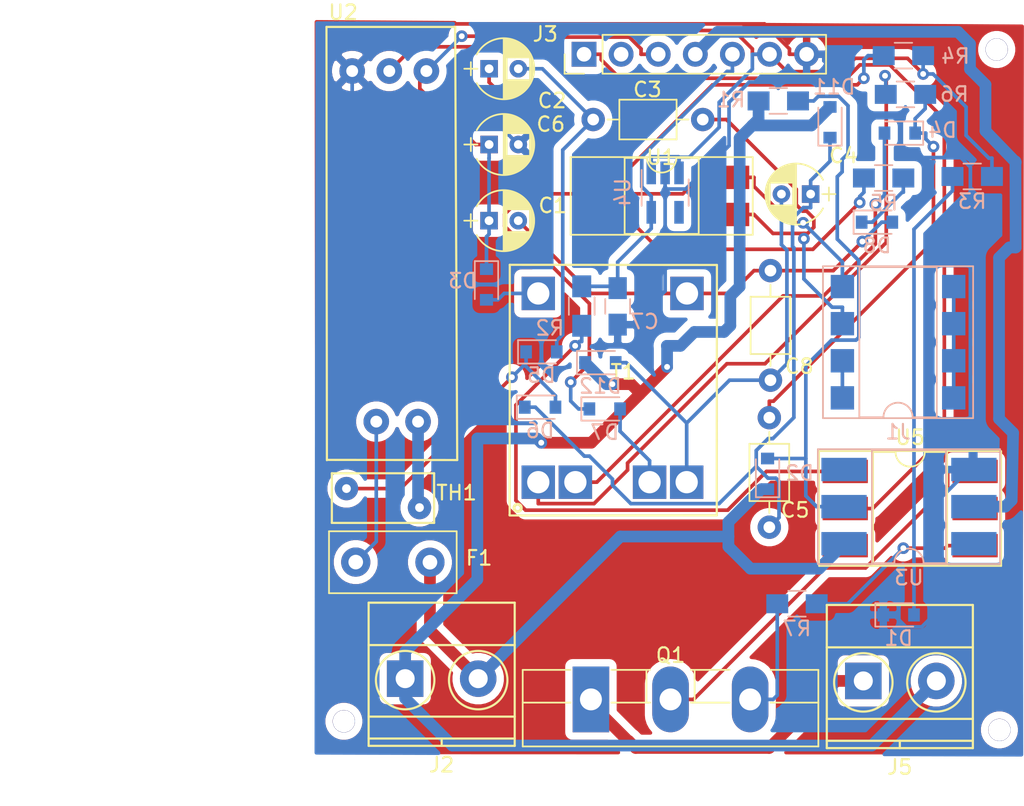
<source format=kicad_pcb>
(kicad_pcb (version 20171130) (host pcbnew 5.1.6-c6e7f7d~87~ubuntu18.04.1)
  (layers (0 F.Cu signal) (31 B.Cu signal) (34 B.Paste user) (35 F.Paste user) (36 B.SilkS user) (37 F.SilkS user) (38 B.Mask user) (39 F.Mask user) (44 Edge.Cuts user))
  (net 0 "")
  (net 1 "Net-(C1-Pad2)")
  (net 2 /5V)
  (net 3 "Net-(C2-Pad2)")
  (net 4 "Net-(C2-Pad1)")
  (net 5 "Net-(C3-Pad2)")
  (net 6 "Net-(C4-Pad1)")
  (net 7 "Net-(C4-Pad2)")
  (net 8 "Net-(C5-Pad2)")
  (net 9 /GND)
  (net 10 /3.3V)
  (net 11 "Net-(D1-Pad2)")
  (net 12 /Mains_Live_In)
  (net 13 "Net-(D2-Pad2)")
  (net 14 "Net-(D3-Pad2)")
  (net 15 "Net-(D4-Pad2)")
  (net 16 "Net-(D5-Pad1)")
  (net 17 "Net-(D7-Pad2)")
  (net 18 "Net-(D8-Pad1)")
  (net 19 /Mains_Neutral)
  (net 20 "Net-(F1-Pad2)")
  (net 21 "Net-(J1-Pad5)")
  (net 22 "Net-(J1-Pad1)")
  (net 23 /Opto_In)
  (net 24 /Energy_Sensor)
  (net 25 /DSW2)
  (net 26 /DSW1)
  (net 27 /Out1)
  (net 28 "Net-(Q1-Pad3)")
  (net 29 "Net-(Q1-Pad2)")
  (net 30 "Net-(R2-Pad1)")
  (net 31 "Net-(R4-Pad1)")
  (net 32 "Net-(R5-Pad1)")
  (net 33 "Net-(R6-Pad1)")
  (net 34 "Net-(R7-Pad2)")
  (net 35 /Mains_Live_Out)
  (net 36 "Net-(U3-Pad3)")
  (net 37 "Net-(U3-Pad6)")
  (net 38 "Net-(U4-Pad4)")
  (net 39 "Net-(U5-Pad3)")
  (net 40 "Net-(U5-Pad5)")
  (module Custom_Libraries:MountingHole1.5mm (layer F.Cu) (at 153.101 135.156)
    (fp_text reference M3 hide)
    (fp_text value MountingHole_1.5mm hide)
    (pad "" thru_hole circle (at 0 0) (size 1.524 1.524) (drill 1.5) (layers *.Cu *.Mask))
  )
  (module Custom_Libraries:MountingHole1.5mm (layer F.Cu) (at 108.222 134.567)
    (fp_text reference M2 hide)
    (fp_text value MountingHole_1.5mm hide)
    (pad "" thru_hole circle (at 0 0) (size 1.524 1.524) (drill 1.5) (layers *.Cu *.Mask))
  )
  (module Custom_Libraries:MountingHole1.5mm (layer F.Cu) (at 152.916 88.5774)
    (fp_text reference M1 hide)
    (fp_text value MountingHole_1.5mm hide)
    (pad "" thru_hole circle (at 0 0) (size 1.524 1.524) (drill 1.5) (layers *.Cu *.Mask))
  )
  (module Capacitors_THT:CP_Radial_D4.0mm_P2.00mm (layer F.Cu) (at 118.161 100.294)
    (fp_text reference C1 (at 4.35864 -1.03632) (layer F.SilkS))
    (fp_text value 4.7uF/400V hide)
    (pad 2 thru_hole circle (at 2 0) (size 1.2 1.2) (drill 0.6) (layers *.Cu *.Mask) (net 1 "Net-(C1-Pad2)"))
    (pad 1 thru_hole rect (at 0 0) (size 1.2 1.2) (drill 0.6) (layers *.Cu *.Mask) (net 2 /5V))
  )
  (module Capacitors_THT:CP_Radial_D4.0mm_P2.00mm (layer F.Cu) (at 118.166 89.8931)
    (fp_text reference C2 (at 4.30772 2.17936) (layer F.SilkS))
    (fp_text value 1uF/63V hide)
    (pad 2 thru_hole circle (at 2 0) (size 1.2 1.2) (drill 0.6) (layers *.Cu *.Mask) (net 3 "Net-(C2-Pad2)"))
    (pad 1 thru_hole rect (at 0 0) (size 1.2 1.2) (drill 0.6) (layers *.Cu *.Mask) (net 4 "Net-(C2-Pad1)"))
  )
  (module Capacitors_THT:C_Axial_L3.8mm_D2.6mm_P7.50mm_Horizontal (layer F.Cu) (at 125.291 93.3704)
    (fp_text reference C3 (at 3.71348 -2.05232) (layer F.SilkS))
    (fp_text value 47nf hide)
    (pad 1 thru_hole circle (at 0 0) (size 1.6 1.6) (drill 0.8) (layers *.Cu *.Mask) (net 3 "Net-(C2-Pad2)"))
    (pad 2 thru_hole oval (at 7.5 0) (size 1.6 1.6) (drill 0.8) (layers *.Cu *.Mask) (net 5 "Net-(C3-Pad2)"))
  )
  (module Capacitors_THT:CP_Radial_D4.0mm_P2.00mm (layer F.Cu) (at 140.178 98.4733 180)
    (fp_text reference C4 (at -2.24282 2.63652) (layer F.SilkS))
    (fp_text value 4.7uF/400V hide)
    (pad 1 thru_hole rect (at 0 0 180) (size 1.2 1.2) (drill 0.6) (layers *.Cu *.Mask) (net 6 "Net-(C4-Pad1)"))
    (pad 2 thru_hole circle (at 2 0 180) (size 1.2 1.2) (drill 0.6) (layers *.Cu *.Mask) (net 7 "Net-(C4-Pad2)"))
  )
  (module Capacitors_THT:C_Axial_L3.8mm_D2.6mm_P7.50mm_Horizontal (layer F.Cu) (at 137.35 121.28 90)
    (fp_text reference C5 (at 1.17348 1.76784 180) (layer F.SilkS))
    (fp_text value "2A222J / 2.2nF" hide)
    (pad 2 thru_hole oval (at 7.5 0 90) (size 1.6 1.6) (drill 0.8) (layers *.Cu *.Mask) (net 8 "Net-(C5-Pad2)"))
    (pad 1 thru_hole circle (at 0 0 90) (size 1.6 1.6) (drill 0.8) (layers *.Cu *.Mask) (net 6 "Net-(C4-Pad1)"))
  )
  (module Capacitors_THT:CP_Radial_D4.0mm_P2.00mm (layer F.Cu) (at 118.166 95.0798)
    (fp_text reference C6 (at 4.21894 -1.3843) (layer F.SilkS))
    (fp_text value 470uF/10V hide)
    (pad 1 thru_hole rect (at 0 0) (size 1.2 1.2) (drill 0.6) (layers *.Cu *.Mask) (net 2 /5V))
    (pad 2 thru_hole circle (at 2 0) (size 1.2 1.2) (drill 0.6) (layers *.Cu *.Mask) (net 9 /GND))
  )
  (module Capacitors_SMD:C_0805_HandSoldering (layer B.Cu) (at 126.967 106.162 90)
    (fp_text reference C7 (at -1.0414 1.83896 180) (layer B.SilkS) (effects (justify mirror)))
    (fp_text value 2.2uf hide)
    (pad 2 smd rect (at 1.25 0 90) (size 1.5 1.25) (layers B.Cu B.Paste B.Mask) (net 10 /3.3V))
    (pad 1 smd rect (at -1.25 0 90) (size 1.5 1.25) (layers B.Cu B.Paste B.Mask) (net 9 /GND))
  )
  (module Capacitors_THT:C_Axial_L3.8mm_D2.6mm_P7.50mm_Horizontal (layer F.Cu) (at 137.427 111.214 90)
    (fp_text reference C8 (at 0.9525 1.97358 180) (layer F.SilkS))
    (fp_text value "2A222J / 2.2nF" hide)
    (pad 2 thru_hole oval (at 7.5 0 90) (size 1.6 1.6) (drill 0.8) (layers *.Cu *.Mask) (net 1 "Net-(C1-Pad2)"))
    (pad 1 thru_hole circle (at 0 0 90) (size 1.6 1.6) (drill 0.8) (layers *.Cu *.Mask) (net 7 "Net-(C4-Pad2)"))
  )
  (module Diodes_SMD:D_0805 (layer B.Cu) (at 146.203 127.284)
    (fp_text reference D1 (at 0 1.6) (layer B.SilkS) (effects (justify mirror)))
    (fp_text value LED1 hide)
    (pad 2 smd rect (at 1.05 0) (size 0.8 0.9) (layers B.Cu B.Paste B.Mask) (net 11 "Net-(D1-Pad2)"))
    (pad 1 smd rect (at -1.05 0) (size 0.8 0.9) (layers B.Cu B.Paste B.Mask) (net 9 /GND))
  )
  (module Diodes_SMD:D_0805 (layer B.Cu) (at 137.229 117.627 90)
    (fp_text reference D2 (at 0.04826 2.18948 180) (layer B.SilkS) (effects (justify mirror)))
    (fp_text value IN4148 hide)
    (pad 1 smd rect (at -1.05 0 90) (size 0.8 0.9) (layers B.Cu B.Paste B.Mask) (net 12 /Mains_Live_In))
    (pad 2 smd rect (at 1.05 0 90) (size 0.8 0.9) (layers B.Cu B.Paste B.Mask) (net 13 "Net-(D2-Pad2)"))
  )
  (module Diodes_SMD:D_0805 (layer B.Cu) (at 117.986 104.663 270)
    (fp_text reference D3 (at -0.24892 1.6383 180) (layer B.SilkS) (effects (justify mirror)))
    (fp_text value SR360 hide)
    (pad 1 smd rect (at -1.05 0 270) (size 0.8 0.9) (layers B.Cu B.Paste B.Mask) (net 2 /5V))
    (pad 2 smd rect (at 1.05 0 270) (size 0.8 0.9) (layers B.Cu B.Paste B.Mask) (net 14 "Net-(D3-Pad2)"))
  )
  (module Diodes_SMD:D_0805 (layer B.Cu) (at 146.284 94.3 180)
    (fp_text reference D4 (at -2.92354 0.2032) (layer B.SilkS) (effects (justify mirror)))
    (fp_text value FR107 hide)
    (pad 1 smd rect (at -1.05 0 180) (size 0.8 0.9) (layers B.Cu B.Paste B.Mask) (net 8 "Net-(C5-Pad2)"))
    (pad 2 smd rect (at 1.05 0 180) (size 0.8 0.9) (layers B.Cu B.Paste B.Mask) (net 15 "Net-(D4-Pad2)"))
  )
  (module Diodes_SMD:D_0805 (layer B.Cu) (at 121.745 109.276)
    (fp_text reference D5 (at 0 1.6) (layer B.SilkS) (effects (justify mirror)))
    (fp_text value IN4007 hide)
    (pad 1 smd rect (at -1.05 0) (size 0.8 0.9) (layers B.Cu B.Paste B.Mask) (net 16 "Net-(D5-Pad1)"))
    (pad 2 smd rect (at 1.05 0) (size 0.8 0.9) (layers B.Cu B.Paste B.Mask) (net 3 "Net-(C2-Pad2)"))
  )
  (module Diodes_SMD:D_0805 (layer B.Cu) (at 121.658 113.063)
    (fp_text reference D6 (at 0 1.6) (layer B.SilkS) (effects (justify mirror)))
    (fp_text value IN4007 hide)
    (pad 2 smd rect (at 1.05 0) (size 0.8 0.9) (layers B.Cu B.Paste B.Mask) (net 16 "Net-(D5-Pad1)"))
    (pad 1 smd rect (at -1.05 0) (size 0.8 0.9) (layers B.Cu B.Paste B.Mask) (net 6 "Net-(C4-Pad1)"))
  )
  (module Diodes_SMD:D_0805 (layer B.Cu) (at 126.081 113.182)
    (fp_text reference D7 (at 0 1.6) (layer B.SilkS) (effects (justify mirror)))
    (fp_text value IN4148 hide)
    (pad 2 smd rect (at 1.05 0) (size 0.8 0.9) (layers B.Cu B.Paste B.Mask) (net 17 "Net-(D7-Pad2)"))
    (pad 1 smd rect (at -1.05 0) (size 0.8 0.9) (layers B.Cu B.Paste B.Mask) (net 4 "Net-(C2-Pad1)"))
  )
  (module Diodes_SMD:D_0805 (layer B.Cu) (at 144.719 100.396)
    (fp_text reference D8 (at 0 1.6) (layer B.SilkS) (effects (justify mirror)))
    (fp_text value "PH C4V3" hide)
    (pad 2 smd rect (at 1.05 0) (size 0.8 0.9) (layers B.Cu B.Paste B.Mask) (net 1 "Net-(C1-Pad2)"))
    (pad 1 smd rect (at -1.05 0) (size 0.8 0.9) (layers B.Cu B.Paste B.Mask) (net 18 "Net-(D8-Pad1)"))
  )
  (module Diodes_SMD:D_0805 (layer B.Cu) (at 141.503 93.5584 90)
    (fp_text reference D11 (at 2.41808 0.2794 180) (layer B.SilkS) (effects (justify mirror)))
    (fp_text value IN4007 hide)
    (pad 1 smd rect (at -1.05 0 90) (size 0.8 0.9) (layers B.Cu B.Paste B.Mask) (net 6 "Net-(C4-Pad1)"))
    (pad 2 smd rect (at 1.05 0 90) (size 0.8 0.9) (layers B.Cu B.Paste B.Mask) (net 19 /Mains_Neutral))
  )
  (module Diodes_SMD:D_0805 (layer B.Cu) (at 125.781 110.015)
    (fp_text reference D12 (at 0 1.6) (layer B.SilkS) (effects (justify mirror)))
    (fp_text value IN4007 hide)
    (pad 2 smd rect (at 1.05 0) (size 0.8 0.9) (layers B.Cu B.Paste B.Mask) (net 7 "Net-(C4-Pad2)"))
    (pad 1 smd rect (at -1.05 0) (size 0.8 0.9) (layers B.Cu B.Paste B.Mask) (net 19 /Mains_Neutral))
  )
  (module Fuse_Holders_and_Fuses:Fuse_TE5_Littlefuse-395Series (layer F.Cu) (at 114.115 123.678 180)
    (fp_text reference F1 (at -3.36042 0.28956) (layer F.SilkS))
    (fp_text value Fuse_Small hide)
    (pad 2 thru_hole circle (at 5.08 0.01 180) (size 2 2) (drill 1) (layers *.Cu *.Mask) (net 20 "Net-(F1-Pad2)"))
    (pad 1 thru_hole circle (at 0 0 180) (size 2 2) (drill 1) (layers *.Cu *.Mask) (net 12 /Mains_Live_In))
  )
  (module Housings_DIP:DIP-8_W7.62mm_SMDSocket_SmallPads (layer B.Cu) (at 146.162 108.615)
    (fp_text reference J1 (at 0 6.14) (layer B.SilkS) (effects (justify mirror)))
    (fp_text value AP8022 hide)
    (pad 8 smd rect (at 3.81 3.81) (size 1.6 1.6) (layers B.Cu B.Paste B.Mask) (net 21 "Net-(J1-Pad5)"))
    (pad 4 smd rect (at -3.81 -3.81) (size 1.6 1.6) (layers B.Cu B.Paste B.Mask) (net 4 "Net-(C2-Pad1)"))
    (pad 7 smd rect (at 3.81 1.27) (size 1.6 1.6) (layers B.Cu B.Paste B.Mask) (net 21 "Net-(J1-Pad5)"))
    (pad 3 smd rect (at -3.81 -1.27) (size 1.6 1.6) (layers B.Cu B.Paste B.Mask) (net 5 "Net-(C3-Pad2)"))
    (pad 6 smd rect (at 3.81 -1.27) (size 1.6 1.6) (layers B.Cu B.Paste B.Mask) (net 21 "Net-(J1-Pad5)"))
    (pad 2 smd rect (at -3.81 1.27) (size 1.6 1.6) (layers B.Cu B.Paste B.Mask) (net 22 "Net-(J1-Pad1)"))
    (pad 5 smd rect (at 3.81 -3.81) (size 1.6 1.6) (layers B.Cu B.Paste B.Mask) (net 21 "Net-(J1-Pad5)"))
    (pad 1 smd rect (at -3.81 3.81) (size 1.6 1.6) (layers B.Cu B.Paste B.Mask) (net 22 "Net-(J1-Pad1)"))
  )
  (module TerminalBlocks_Phoenix:TerminalBlock_Phoenix_MKDS1.5-2pol (layer F.Cu) (at 112.418 131.648)
    (fp_text reference J2 (at 2.5 5.9) (layer F.SilkS))
    (fp_text value Screw_Terminal_01x02 hide)
    (pad 2 thru_hole circle (at 5 0) (size 2.5 2.5) (drill 1.3) (layers *.Cu *.Mask) (net 12 /Mains_Live_In))
    (pad 1 thru_hole rect (at 0 0) (size 2.5 2.5) (drill 1.3) (layers *.Cu *.Mask) (net 19 /Mains_Neutral))
  )
  (module Pin_Headers:Pin_Header_Straight_1x07_Pitch2.54mm (layer F.Cu) (at 124.663 88.9025 90)
    (fp_text reference J3 (at 1.38176 -2.65176 180) (layer F.SilkS))
    (fp_text value Conn_01x07_Female hide)
    (pad 7 thru_hole oval (at 0 15.24 90) (size 1.7 1.7) (drill 1) (layers *.Cu *.Mask) (net 9 /GND))
    (pad 6 thru_hole oval (at 0 12.7 90) (size 1.7 1.7) (drill 1) (layers *.Cu *.Mask) (net 2 /5V))
    (pad 5 thru_hole oval (at 0 10.16 90) (size 1.7 1.7) (drill 1) (layers *.Cu *.Mask) (net 10 /3.3V))
    (pad 4 thru_hole oval (at 0 7.62 90) (size 1.7 1.7) (drill 1) (layers *.Cu *.Mask) (net 23 /Opto_In))
    (pad 3 thru_hole oval (at 0 5.08 90) (size 1.7 1.7) (drill 1) (layers *.Cu *.Mask) (net 24 /Energy_Sensor))
    (pad 2 thru_hole oval (at 0 2.54 90) (size 1.7 1.7) (drill 1) (layers *.Cu *.Mask) (net 25 /DSW2))
    (pad 1 thru_hole rect (at 0 0 90) (size 1.7 1.7) (drill 1) (layers *.Cu *.Mask) (net 26 /DSW1))
  )
  (module TerminalBlocks_Phoenix:TerminalBlock_Phoenix_MKDS1.5-2pol (layer F.Cu) (at 143.784 131.803)
    (fp_text reference J5 (at 2.5 5.9) (layer F.SilkS))
    (fp_text value Screw_Terminal_01x02 hide)
    (pad 1 thru_hole rect (at 0 0) (size 2.5 2.5) (drill 1.3) (layers *.Cu *.Mask) (net 27 /Out1))
    (pad 2 thru_hole circle (at 5 0) (size 2.5 2.5) (drill 1.3) (layers *.Cu *.Mask) (net 19 /Mains_Neutral))
  )
  (module Custom_Libraries:GN27120BN (layer F.Cu) (at 125.136 133.068)
    (fp_text reference Q1 (at 5.45 -3.02) (layer F.SilkS))
    (fp_text value BT136-500 hide)
    (pad 3 thru_hole oval (at 10.9 0) (size 2.5 4.5) (drill 1.5) (layers *.Cu *.Mask) (net 28 "Net-(Q1-Pad3)"))
    (pad 2 thru_hole oval (at 5.45 0) (size 2.5 4.5) (drill 1.5) (layers *.Cu *.Mask) (net 29 "Net-(Q1-Pad2)"))
    (pad 1 thru_hole rect (at 0 0) (size 2.5 4.5) (drill 1.5) (layers *.Cu *.Mask) (net 27 /Out1))
  )
  (module Resistors_SMD:R_0805_HandSoldering (layer B.Cu) (at 137.963 92.0953 180)
    (fp_text reference R1 (at 3.24104 0.07874) (layer B.SilkS) (effects (justify mirror)))
    (fp_text value 220K hide)
    (pad 1 smd rect (at -1.35 0 180) (size 1.5 1.3) (layers B.Cu B.Paste B.Mask) (net 13 "Net-(D2-Pad2)"))
    (pad 2 smd rect (at 1.35 0 180) (size 1.5 1.3) (layers B.Cu B.Paste B.Mask) (net 19 /Mains_Neutral))
  )
  (module Resistors_SMD:R_0805_HandSoldering (layer B.Cu) (at 124.506 106.139 90)
    (fp_text reference R2 (at -1.50368 -2.18186 180) (layer B.SilkS) (effects (justify mirror)))
    (fp_text value 100E hide)
    (pad 2 smd rect (at 1.35 0 90) (size 1.5 1.3) (layers B.Cu B.Paste B.Mask) (net 10 /3.3V))
    (pad 1 smd rect (at -1.35 0 90) (size 1.5 1.3) (layers B.Cu B.Paste B.Mask) (net 30 "Net-(R2-Pad1)"))
  )
  (module Resistors_SMD:R_0805_HandSoldering (layer B.Cu) (at 151.239 97.2668)
    (fp_text reference R3 (at 0 1.7) (layer B.SilkS) (effects (justify mirror)))
    (fp_text value 2.2K hide)
    (pad 2 smd rect (at 1.35 0) (size 1.5 1.3) (layers B.Cu B.Paste B.Mask) (net 2 /5V))
    (pad 1 smd rect (at -1.35 0) (size 1.5 1.3) (layers B.Cu B.Paste B.Mask) (net 11 "Net-(D1-Pad2)"))
  )
  (module Resistors_SMD:R_0805_HandSoldering (layer B.Cu) (at 146.53 88.9965)
    (fp_text reference R4 (at 3.56108 0.0381) (layer B.SilkS) (effects (justify mirror)))
    (fp_text value "330 R" hide)
    (pad 1 smd rect (at -1.35 0) (size 1.5 1.3) (layers B.Cu B.Paste B.Mask) (net 31 "Net-(R4-Pad1)"))
    (pad 2 smd rect (at 1.35 0) (size 1.5 1.3) (layers B.Cu B.Paste B.Mask) (net 2 /5V))
  )
  (module Resistors_SMD:R_0805_HandSoldering (layer B.Cu) (at 145.174 97.3734)
    (fp_text reference R5 (at 0 1.7) (layer B.SilkS) (effects (justify mirror)))
    (fp_text value "330 R" hide)
    (pad 2 smd rect (at 1.35 0) (size 1.5 1.3) (layers B.Cu B.Paste B.Mask) (net 18 "Net-(D8-Pad1)"))
    (pad 1 smd rect (at -1.35 0) (size 1.5 1.3) (layers B.Cu B.Paste B.Mask) (net 32 "Net-(R5-Pad1)"))
  )
  (module Resistors_SMD:R_0805_HandSoldering (layer B.Cu) (at 146.67 91.6483)
    (fp_text reference R6 (at 3.34772 -0.0127) (layer B.SilkS) (effects (justify mirror)))
    (fp_text value 100K hide)
    (pad 1 smd rect (at -1.35 0) (size 1.5 1.3) (layers B.Cu B.Paste B.Mask) (net 33 "Net-(R6-Pad1)"))
    (pad 2 smd rect (at 1.35 0) (size 1.5 1.3) (layers B.Cu B.Paste B.Mask) (net 8 "Net-(C5-Pad2)"))
  )
  (module Resistors_SMD:R_0805_HandSoldering (layer B.Cu) (at 139.242 126.52)
    (fp_text reference R7 (at 0 1.7) (layer B.SilkS) (effects (justify mirror)))
    (fp_text value 470E hide)
    (pad 1 smd rect (at -1.35 0) (size 1.5 1.3) (layers B.Cu B.Paste B.Mask) (net 28 "Net-(Q1-Pad3)"))
    (pad 2 smd rect (at 1.35 0) (size 1.5 1.3) (layers B.Cu B.Paste B.Mask) (net 34 "Net-(R7-Pad2)"))
  )
  (module Custom_Libraries:Transformer (layer F.Cu) (at 129.151 110.576 90)
    (fp_text reference T1 (at -0.08 -1.81 180) (layer F.SilkS))
    (fp_text value F12-090 hide)
    (pad 5 thru_hole rect (at 5.3 2.56 90) (size 2.286 2.286) (drill 1.524) (layers *.Cu *.Mask) (net 1 "Net-(C1-Pad2)"))
    (pad 6 thru_hole rect (at 5.3 -7.62 90) (size 2.286 2.286) (drill 1.524) (layers *.Cu *.Mask) (net 14 "Net-(D3-Pad2)"))
    (pad 4 thru_hole rect (at -7.62 2.54 90) (size 2.286 2.286) (drill 1.524) (layers *.Cu *.Mask) (net 7 "Net-(C4-Pad2)"))
    (pad 3 thru_hole rect (at -7.62 0 90) (size 2.286 2.286) (drill 1.524) (layers *.Cu *.Mask) (net 17 "Net-(D7-Pad2)"))
    (pad 2 thru_hole rect (at -7.62 -5.08 90) (size 2.286 2.286) (drill 1.524) (layers *.Cu *.Mask) (net 15 "Net-(D4-Pad2)"))
    (pad 1 thru_hole rect (at -7.62 -7.62 90) (size 2.286 2.286) (drill 1.524) (layers *.Cu *.Mask) (net 33 "Net-(R6-Pad1)"))
  )
  (module Varistors:RV_Disc_D7_W3.4_P5 (layer F.Cu) (at 108.4 118.636)
    (fp_text reference TH1 (at 7.53872 0.28702) (layer F.SilkS))
    (fp_text value NTC hide)
    (pad 2 thru_hole circle (at 5 1.3) (size 1.6 1.6) (drill 0.6) (layers *.Cu *.Mask) (net 35 /Mains_Live_Out))
    (pad 1 thru_hole circle (at 0 0) (size 1.6 1.6) (drill 0.6) (layers *.Cu *.Mask) (net 16 "Net-(D5-Pad1)"))
  )
  (module Housings_DIP:DIP-4_W8.89mm_SMDSocket_LongPads (layer F.Cu) (at 129.979 98.6003)
    (fp_text reference U1 (at -0.04318 -2.64414) (layer F.SilkS))
    (fp_text value EL817 hide)
    (pad 4 smd rect (at 4.445 -1.27) (size 3.1 1.6) (layers F.Cu F.Paste F.Mask) (net 4 "Net-(C2-Pad1)"))
    (pad 2 smd rect (at -4.445 1.27) (size 3.1 1.6) (layers F.Cu F.Paste F.Mask) (net 32 "Net-(R5-Pad1)"))
    (pad 3 smd rect (at 4.445 1.27) (size 3.1 1.6) (layers F.Cu F.Paste F.Mask) (net 5 "Net-(C3-Pad2)"))
    (pad 1 smd rect (at -4.445 -1.27) (size 3.1 1.6) (layers F.Cu F.Paste F.Mask) (net 31 "Net-(R4-Pad1)"))
  )
  (module Custom_Libraries:ACS712 (layer F.Cu) (at 112.601 96.5505 270)
    (fp_text reference U2 (at -10.5156 4.42722 180) (layer F.SilkS))
    (fp_text value ACS712 hide)
    (pad 5 thru_hole circle (at -6.5 3.81 270) (size 1.75 1.75) (drill 0.8128) (layers *.Cu *.Mask) (net 9 /GND))
    (pad 3 thru_hole circle (at -6.5 -1.27 270) (size 1.75 1.75) (drill 0.8128) (layers *.Cu *.Mask) (net 2 /5V))
    (pad 4 thru_hole circle (at -6.5 1.27 270) (size 1.75 1.75) (drill 0.8128) (layers *.Cu *.Mask) (net 24 /Energy_Sensor))
    (pad 2 thru_hole circle (at 17.5 2.16 270) (size 1.75 1.75) (drill 0.8128) (layers *.Cu *.Mask) (net 20 "Net-(F1-Pad2)"))
    (pad 1 thru_hole circle (at 17.5 -0.7 270) (size 1.75 1.75) (drill 0.8128) (layers *.Cu *.Mask) (net 35 /Mains_Live_Out))
  )
  (module Housings_DIP:DIP-6_W8.89mm_SMDSocket_LongPads (layer B.Cu) (at 146.909 119.87)
    (fp_text reference U3 (at 0 4.87) (layer B.SilkS) (effects (justify mirror)))
    (fp_text value 4N35 hide)
    (pad 1 smd rect (at -4.445 2.54) (size 3.1 1.6) (layers B.Cu B.Paste B.Mask) (net 12 /Mains_Live_In))
    (pad 4 smd rect (at 4.445 -2.54) (size 3.1 1.6) (layers B.Cu B.Paste B.Mask) (net 9 /GND))
    (pad 2 smd rect (at -4.445 0) (size 3.1 1.6) (layers B.Cu B.Paste B.Mask) (net 13 "Net-(D2-Pad2)"))
    (pad 5 smd rect (at 4.445 0) (size 3.1 1.6) (layers B.Cu B.Paste B.Mask) (net 23 /Opto_In))
    (pad 3 smd rect (at -4.445 -2.54) (size 3.1 1.6) (layers B.Cu B.Paste B.Mask) (net 36 "Net-(U3-Pad3)"))
    (pad 6 smd rect (at 4.445 2.54) (size 3.1 1.6) (layers B.Cu B.Paste B.Mask) (net 37 "Net-(U3-Pad6)"))
  )
  (module TO_SOT_Packages_SMD:SOT-23-5_HandSoldering (layer B.Cu) (at 130.216 98.3717 270)
    (fp_text reference U4 (at 0 2.9 90) (layer B.SilkS) (effects (justify mirror)))
    (fp_text value AP2112K-3.3 hide)
    (pad 5 smd rect (at 1.35 0.95 270) (size 1.56 0.65) (layers B.Cu B.Paste B.Mask) (net 10 /3.3V))
    (pad 4 smd rect (at 1.35 -0.95 270) (size 1.56 0.65) (layers B.Cu B.Paste B.Mask) (net 38 "Net-(U4-Pad4)"))
    (pad 3 smd rect (at -1.35 -0.95 270) (size 1.56 0.65) (layers B.Cu B.Paste B.Mask) (net 2 /5V))
    (pad 2 smd rect (at -1.35 0 270) (size 1.56 0.65) (layers B.Cu B.Paste B.Mask) (net 9 /GND))
    (pad 1 smd rect (at -1.35 0.95 270) (size 1.56 0.65) (layers B.Cu B.Paste B.Mask) (net 2 /5V))
  )
  (module Housings_DIP:DIP-6_W8.89mm_SMDSocket_LongPads (layer F.Cu) (at 146.99 120.002)
    (fp_text reference U5 (at 0 -4.87) (layer F.SilkS))
    (fp_text value MOC3021 hide)
    (pad 6 smd rect (at 4.445 -2.54) (size 3.1 1.6) (layers F.Cu F.Paste F.Mask) (net 29 "Net-(Q1-Pad2)"))
    (pad 3 smd rect (at -4.445 2.54) (size 3.1 1.6) (layers F.Cu F.Paste F.Mask) (net 39 "Net-(U5-Pad3)"))
    (pad 5 smd rect (at 4.445 0) (size 3.1 1.6) (layers F.Cu F.Paste F.Mask) (net 40 "Net-(U5-Pad5)"))
    (pad 2 smd rect (at -4.445 0) (size 3.1 1.6) (layers F.Cu F.Paste F.Mask) (net 26 /DSW1))
    (pad 4 smd rect (at 4.445 2.54) (size 3.1 1.6) (layers F.Cu F.Paste F.Mask) (net 34 "Net-(R7-Pad2)"))
    (pad 1 smd rect (at -4.445 -2.54) (size 3.1 1.6) (layers F.Cu F.Paste F.Mask) (net 30 "Net-(R2-Pad1)"))
  )
  (segment (start 131.711 105.276) (end 125.143 105.276) (width 0.25) (layer F.Cu) (net 1))
  (segment (start 125.143 105.276) (end 120.161 100.294) (width 0.25) (layer F.Cu) (net 1))
  (segment (start 136.3017 103.714) (end 134.7397 105.276) (width 0.25) (layer F.Cu) (net 1))
  (segment (start 134.7397 105.276) (end 131.711 105.276) (width 0.25) (layer F.Cu) (net 1))
  (segment (start 138.5523 103.714) (end 141.7257 103.714) (width 0.25) (layer F.Cu) (net 1))
  (segment (start 141.7257 103.714) (end 143.7172 101.7225) (width 0.25) (layer F.Cu) (net 1))
  (segment (start 145.0437 100.396) (end 143.7172 101.7225) (width 0.25) (layer B.Cu) (net 1))
  (segment (start 145.769 100.396) (end 145.0437 100.396) (width 0.25) (layer B.Cu) (net 1))
  (segment (start 137.427 103.714) (end 138.5523 103.714) (width 0.25) (layer F.Cu) (net 1))
  (segment (start 137.427 103.714) (end 136.3017 103.714) (width 0.25) (layer F.Cu) (net 1))
  (via (at 143.7172 101.7225) (size 0.8) (layers F.Cu B.Cu) (net 1))
  (segment (start 113.4212 91.2603) (end 117.2407 95.0798) (width 0.25) (layer F.Cu) (net 2))
  (segment (start 136.1877 88.9025) (end 136.1877 88.5351) (width 0.25) (layer F.Cu) (net 2))
  (segment (start 136.1877 88.5351) (end 134.9265 87.2739) (width 0.25) (layer F.Cu) (net 2))
  (segment (start 113.871 90.0505) (end 113.4212 90.5003) (width 0.25) (layer F.Cu) (net 2))
  (segment (start 113.4212 90.5003) (end 113.4212 91.2603) (width 0.25) (layer F.Cu) (net 2))
  (segment (start 118.166 95.0798) (end 117.2407 95.0798) (width 0.25) (layer F.Cu) (net 2))
  (segment (start 137.363 88.9025) (end 136.1877 88.9025) (width 0.25) (layer F.Cu) (net 2))
  (segment (start 147.88 90.2515) (end 146.8075 89.179) (width 0.25) (layer F.Cu) (net 2))
  (segment (start 146.8075 89.179) (end 143.2115 89.179) (width 0.25) (layer F.Cu) (net 2))
  (segment (start 143.2115 89.179) (end 142.2972 90.0933) (width 0.25) (layer F.Cu) (net 2))
  (segment (start 142.2972 90.0933) (end 138.5538 90.0933) (width 0.25) (layer F.Cu) (net 2))
  (segment (start 138.5538 90.0933) (end 137.363 88.9025) (width 0.25) (layer F.Cu) (net 2))
  (segment (start 129.266 95.9164) (end 131.1326 95.9164) (width 0.25) (layer B.Cu) (net 2))
  (segment (start 131.1326 95.9164) (end 131.166 95.9498) (width 0.25) (layer B.Cu) (net 2))
  (segment (start 148.5597 90.2515) (end 147.88 90.2515) (width 0.25) (layer B.Cu) (net 2))
  (segment (start 147.88 89.9718) (end 147.88 90.2515) (width 0.25) (layer B.Cu) (net 2))
  (segment (start 147.88 88.9965) (end 147.88 89.9718) (width 0.25) (layer B.Cu) (net 2))
  (segment (start 118.161 100.294) (end 118.161 101.2193) (width 0.25) (layer B.Cu) (net 2))
  (segment (start 117.986 103.613) (end 117.986 101.3943) (width 0.25) (layer B.Cu) (net 2))
  (segment (start 117.986 101.3943) (end 118.161 101.2193) (width 0.25) (layer B.Cu) (net 2))
  (segment (start 118.166 95.0798) (end 118.166 96.0051) (width 0.25) (layer B.Cu) (net 2))
  (segment (start 118.166 96.0051) (end 118.161 96.0101) (width 0.25) (layer B.Cu) (net 2))
  (segment (start 118.161 96.0101) (end 118.161 100.294) (width 0.25) (layer B.Cu) (net 2))
  (segment (start 129.266 97.0217) (end 129.266 95.9164) (width 0.25) (layer B.Cu) (net 2))
  (segment (start 131.166 95.9498) (end 131.8695 95.9498) (width 0.25) (layer B.Cu) (net 2))
  (segment (start 131.8695 95.9498) (end 133.9165 93.9028) (width 0.25) (layer B.Cu) (net 2))
  (segment (start 133.9165 93.9028) (end 133.9165 92.1891) (width 0.25) (layer B.Cu) (net 2))
  (segment (start 133.9165 92.1891) (end 136.1877 89.9179) (width 0.25) (layer B.Cu) (net 2))
  (segment (start 136.1877 89.9179) (end 136.1877 88.9025) (width 0.25) (layer B.Cu) (net 2))
  (segment (start 131.166 96.0924) (end 131.166 95.9498) (width 0.25) (layer B.Cu) (net 2))
  (segment (start 137.363 88.9025) (end 136.1877 88.9025) (width 0.25) (layer B.Cu) (net 2))
  (segment (start 131.166 97.0217) (end 131.166 96.0924) (width 0.25) (layer B.Cu) (net 2))
  (via (at 147.88 90.2515) (size 0.8) (layers F.Cu B.Cu) (net 2))
  (segment (start 119.12296 87.66506) (end 119.12346 87.66556) (width 0.25) (layer F.Cu) (net 2))
  (segment (start 119.12296 87.2739) (end 119.12296 87.66506) (width 0.25) (layer F.Cu) (net 2))
  (segment (start 134.9265 87.2739) (end 119.12296 87.2739) (width 0.25) (layer F.Cu) (net 2))
  (segment (start 119.12346 87.66556) (end 116.29136 87.66556) (width 0.25) (layer F.Cu) (net 2))
  (segment (start 116.29136 87.66556) (end 116.29136 87.66556) (width 0.25) (layer F.Cu) (net 2))
  (via (at 116.29136 87.66556) (size 0.8) (drill 0.4) (layers F.Cu B.Cu) (net 2))
  (segment (start 113.90642 90.0505) (end 113.871 90.0505) (width 0.25) (layer B.Cu) (net 2))
  (segment (start 116.29136 87.66556) (end 113.90642 90.0505) (width 0.25) (layer B.Cu) (net 2))
  (segment (start 150.8201 92.5119) (end 150.8201 94.45496) (width 0.25) (layer B.Cu) (net 2))
  (segment (start 150.8201 92.5119) (end 148.5597 90.2515) (width 0.25) (layer B.Cu) (net 2))
  (segment (start 152.37818 96.01304) (end 152.589 96.01304) (width 0.25) (layer B.Cu) (net 2))
  (segment (start 150.8201 94.45496) (end 152.37818 96.01304) (width 0.25) (layer B.Cu) (net 2))
  (segment (start 152.589 97.2668) (end 152.589 96.01304) (width 0.25) (layer B.Cu) (net 2))
  (segment (start 122.795 109.276) (end 122.795 108.5007) (width 0.25) (layer B.Cu) (net 3))
  (segment (start 122.795 108.5007) (end 123.2062 108.0895) (width 0.25) (layer B.Cu) (net 3))
  (segment (start 123.2062 108.0895) (end 123.2062 95.4552) (width 0.25) (layer B.Cu) (net 3))
  (segment (start 123.2062 95.4552) (end 125.291 93.3704) (width 0.25) (layer B.Cu) (net 3))
  (segment (start 125.291 93.3704) (end 121.8137 89.8931) (width 0.25) (layer B.Cu) (net 3))
  (segment (start 121.8137 89.8931) (end 120.166 89.8931) (width 0.25) (layer B.Cu) (net 3))
  (segment (start 142.352 103.6797) (end 142.352 103.1273) (width 0.25) (layer B.Cu) (net 4))
  (segment (start 142.352 103.1273) (end 139.6653 100.4406) (width 0.25) (layer B.Cu) (net 4))
  (segment (start 142.352 104.805) (end 142.352 103.6797) (width 0.25) (layer B.Cu) (net 4))
  (segment (start 134.424 97.3303) (end 136.2993 97.3303) (width 0.25) (layer F.Cu) (net 4))
  (segment (start 139.6653 100.4406) (end 138.7942 100.4406) (width 0.25) (layer F.Cu) (net 4))
  (segment (start 138.7942 100.4406) (end 136.2993 97.9457) (width 0.25) (layer F.Cu) (net 4))
  (segment (start 136.2993 97.9457) (end 136.2993 97.3303) (width 0.25) (layer F.Cu) (net 4))
  (segment (start 134.424 97.3303) (end 132.5487 97.3303) (width 0.25) (layer F.Cu) (net 4))
  (segment (start 121.1079 98.2304) (end 120.8542 98.2304) (width 0.25) (layer F.Cu) (net 4))
  (segment (start 120.8542 98.2304) (end 119.2274 99.8572) (width 0.25) (layer F.Cu) (net 4))
  (segment (start 119.2274 99.8572) (end 119.2274 100.6702) (width 0.25) (layer F.Cu) (net 4))
  (segment (start 119.2274 100.6702) (end 121.3341 102.7769) (width 0.25) (layer F.Cu) (net 4))
  (segment (start 121.3341 102.7769) (end 121.8367 102.7769) (width 0.25) (layer F.Cu) (net 4))
  (segment (start 121.8367 102.7769) (end 125.031 105.9712) (width 0.25) (layer F.Cu) (net 4))
  (segment (start 118.166 90.8184) (end 121.1079 93.7603) (width 0.25) (layer F.Cu) (net 4))
  (segment (start 121.1079 93.7603) (end 121.1079 98.2304) (width 0.25) (layer F.Cu) (net 4))
  (segment (start 132.5487 97.3303) (end 131.4234 98.4556) (width 0.25) (layer F.Cu) (net 4))
  (segment (start 131.4234 98.4556) (end 121.3331 98.4556) (width 0.25) (layer F.Cu) (net 4))
  (segment (start 121.3331 98.4556) (end 121.1079 98.2304) (width 0.25) (layer F.Cu) (net 4))
  (segment (start 118.166 89.8931) (end 118.166 90.8184) (width 0.25) (layer F.Cu) (net 4))
  (via (at 139.6653 100.4406) (size 0.8) (layers F.Cu B.Cu) (net 4))
  (via (at 123.75134 111.34852) (size 0.8) (layers F.Cu B.Cu) (net 4))
  (segment (start 125.031 105.9712) (end 125.031 109.029) (width 0.25) (layer F.Cu) (net 4))
  (segment (start 125.031 110.06886) (end 123.75134 111.34852) (width 0.25) (layer F.Cu) (net 4))
  (segment (start 125.031 109.029) (end 125.031 110.06886) (width 0.25) (layer F.Cu) (net 4))
  (segment (start 125.031 113.182) (end 124.29196 113.182) (width 0.25) (layer B.Cu) (net 4))
  (segment (start 123.75134 112.64138) (end 123.75134 111.34852) (width 0.25) (layer B.Cu) (net 4))
  (segment (start 124.29196 113.182) (end 123.75134 112.64138) (width 0.25) (layer B.Cu) (net 4))
  (segment (start 139.716 101.1667) (end 139.716 101.5288) (width 0.25) (layer F.Cu) (net 5))
  (segment (start 142.352 106.2197) (end 141.6487 106.2197) (width 0.25) (layer B.Cu) (net 5))
  (segment (start 141.6487 106.2197) (end 139.716 104.287) (width 0.25) (layer B.Cu) (net 5))
  (segment (start 139.716 104.287) (end 139.716 101.5288) (width 0.25) (layer B.Cu) (net 5))
  (segment (start 142.352 107.345) (end 142.352 106.2197) (width 0.25) (layer B.Cu) (net 5))
  (segment (start 139.716 101.1667) (end 137.5957 101.1667) (width 0.25) (layer F.Cu) (net 5))
  (segment (start 137.5957 101.1667) (end 136.2993 99.8703) (width 0.25) (layer F.Cu) (net 5))
  (segment (start 132.791 93.3704) (end 134.4163 93.3704) (width 0.25) (layer F.Cu) (net 5))
  (segment (start 134.4163 93.3704) (end 139.1946 98.1487) (width 0.25) (layer F.Cu) (net 5))
  (segment (start 139.1946 98.1487) (end 139.1946 99.2024) (width 0.25) (layer F.Cu) (net 5))
  (segment (start 139.1946 99.2024) (end 139.6328 99.6406) (width 0.25) (layer F.Cu) (net 5))
  (segment (start 139.6328 99.6406) (end 139.9059 99.6406) (width 0.25) (layer F.Cu) (net 5))
  (segment (start 139.9059 99.6406) (end 140.3969 100.1316) (width 0.25) (layer F.Cu) (net 5))
  (segment (start 140.3969 100.1316) (end 140.3969 100.7396) (width 0.25) (layer F.Cu) (net 5))
  (segment (start 140.3969 100.7396) (end 139.9698 101.1667) (width 0.25) (layer F.Cu) (net 5))
  (segment (start 139.9698 101.1667) (end 139.716 101.1667) (width 0.25) (layer F.Cu) (net 5))
  (segment (start 134.424 99.8703) (end 136.2993 99.8703) (width 0.25) (layer F.Cu) (net 5))
  (via (at 139.716 101.5288) (size 0.8) (layers F.Cu B.Cu) (net 5))
  (segment (start 140.178 99.3986) (end 139.6816 99.3986) (width 0.25) (layer B.Cu) (net 6))
  (segment (start 139.6816 99.3986) (end 138.94 100.1402) (width 0.25) (layer B.Cu) (net 6))
  (segment (start 138.94 100.1402) (end 138.94 102.0602) (width 0.25) (layer B.Cu) (net 6))
  (segment (start 138.94 102.0602) (end 139.0297 102.1499) (width 0.25) (layer B.Cu) (net 6))
  (segment (start 139.0297 102.1499) (end 139.0297 113.7711) (width 0.25) (layer B.Cu) (net 6))
  (segment (start 139.0297 113.7711) (end 137.5843 115.2165) (width 0.25) (layer B.Cu) (net 6))
  (segment (start 137.5843 115.2165) (end 137.2662 115.2165) (width 0.25) (layer B.Cu) (net 6))
  (segment (start 137.2662 115.2165) (end 136.4536 116.0291) (width 0.25) (layer B.Cu) (net 6))
  (segment (start 136.4536 116.0291) (end 136.4536 117.1188) (width 0.25) (layer B.Cu) (net 6))
  (segment (start 140.178 98.4733) (end 140.178 97.548) (width 0.25) (layer B.Cu) (net 6))
  (segment (start 141.503 94.6084) (end 141.503 96.223) (width 0.25) (layer B.Cu) (net 6))
  (segment (start 141.503 96.223) (end 140.178 97.548) (width 0.25) (layer B.Cu) (net 6))
  (segment (start 120.608 113.063) (end 121.3333 113.063) (width 0.25) (layer B.Cu) (net 6))
  (segment (start 136.4536 117.1188) (end 137.2574 117.9226) (width 0.25) (layer B.Cu) (net 6))
  (segment (start 137.2574 117.9226) (end 137.7984 117.9226) (width 0.25) (layer B.Cu) (net 6))
  (segment (start 137.7984 117.9226) (end 138.0128 118.137) (width 0.25) (layer B.Cu) (net 6))
  (segment (start 138.0128 118.137) (end 138.0128 120.6172) (width 0.25) (layer B.Cu) (net 6))
  (segment (start 138.0128 120.6172) (end 137.35 121.28) (width 0.25) (layer B.Cu) (net 6))
  (segment (start 121.3333 113.063) (end 124.6844 116.4141) (width 0.25) (layer B.Cu) (net 6))
  (segment (start 124.6844 116.4141) (end 125.0365 116.4141) (width 0.25) (layer B.Cu) (net 6))
  (segment (start 125.0365 116.4141) (end 126.611 117.9886) (width 0.25) (layer B.Cu) (net 6))
  (segment (start 126.611 117.9886) (end 126.611 118.4077) (width 0.25) (layer B.Cu) (net 6))
  (segment (start 126.611 118.4077) (end 127.8677 119.6644) (width 0.25) (layer B.Cu) (net 6))
  (segment (start 127.8677 119.6644) (end 133.908 119.6644) (width 0.25) (layer B.Cu) (net 6))
  (segment (start 133.908 119.6644) (end 136.4536 117.1188) (width 0.25) (layer B.Cu) (net 6))
  (segment (start 140.178 98.4733) (end 140.178 99.3986) (width 0.25) (layer B.Cu) (net 6))
  (segment (start 138.178 98.4733) (end 138.178 101.9351) (width 0.25) (layer B.Cu) (net 7))
  (segment (start 138.178 101.9351) (end 138.5529 102.31) (width 0.25) (layer B.Cu) (net 7))
  (segment (start 138.5529 102.31) (end 138.5529 110.0881) (width 0.25) (layer B.Cu) (net 7))
  (segment (start 138.5529 110.0881) (end 137.427 111.214) (width 0.25) (layer B.Cu) (net 7))
  (segment (start 137.427 111.214) (end 134.6267 111.214) (width 0.25) (layer B.Cu) (net 7))
  (segment (start 134.6267 111.214) (end 131.691 114.1497) (width 0.25) (layer B.Cu) (net 7))
  (segment (start 131.691 114.1497) (end 127.5563 110.015) (width 0.25) (layer B.Cu) (net 7))
  (segment (start 131.691 118.196) (end 131.691 114.1497) (width 0.25) (layer B.Cu) (net 7))
  (segment (start 126.831 110.015) (end 127.5563 110.015) (width 0.25) (layer B.Cu) (net 7))
  (segment (start 147.334 94.3) (end 148.0593 94.3) (width 0.25) (layer B.Cu) (net 8))
  (segment (start 148.0593 94.3) (end 148.0593 94.6987) (width 0.25) (layer B.Cu) (net 8))
  (segment (start 148.0593 94.6987) (end 148.5853 95.2247) (width 0.25) (layer B.Cu) (net 8))
  (segment (start 148.02 92.6236) (end 147.334 93.3096) (width 0.25) (layer B.Cu) (net 8))
  (segment (start 147.334 93.3096) (end 147.334 94.3) (width 0.25) (layer B.Cu) (net 8))
  (segment (start 148.5853 95.2247) (end 148.5853 101.7007) (width 0.25) (layer F.Cu) (net 8))
  (segment (start 148.5853 101.7007) (end 137.6313 112.6547) (width 0.25) (layer F.Cu) (net 8))
  (segment (start 137.6313 112.6547) (end 137.35 112.6547) (width 0.25) (layer F.Cu) (net 8))
  (segment (start 137.35 113.78) (end 137.35 112.6547) (width 0.25) (layer F.Cu) (net 8))
  (segment (start 148.02 91.6483) (end 148.02 92.6236) (width 0.25) (layer B.Cu) (net 8))
  (via (at 148.5853 95.2247) (size 0.8) (layers F.Cu B.Cu) (net 8))
  (segment (start 126.967 107.412) (end 127.9173 107.412) (width 0.25) (layer B.Cu) (net 9))
  (segment (start 112.78 94.0395) (end 119.1257 94.0395) (width 0.25) (layer B.Cu) (net 9))
  (segment (start 119.1257 94.0395) (end 120.166 95.0798) (width 0.25) (layer B.Cu) (net 9))
  (segment (start 151.1131 117.33) (end 151.0339 117.33) (width 0.25) (layer B.Cu) (net 9))
  (segment (start 151.0339 117.33) (end 149.16 119.2039) (width 0.25) (layer B.Cu) (net 9))
  (segment (start 149.16 119.2039) (end 149.16 126.7328) (width 0.25) (layer B.Cu) (net 9))
  (segment (start 149.16 126.7328) (end 147.7883 128.1045) (width 0.25) (layer B.Cu) (net 9))
  (segment (start 147.7883 128.1045) (end 146.6988 128.1045) (width 0.25) (layer B.Cu) (net 9))
  (segment (start 146.6988 128.1045) (end 145.8783 127.284) (width 0.25) (layer B.Cu) (net 9))
  (segment (start 145.153 127.284) (end 145.8783 127.284) (width 0.25) (layer B.Cu) (net 9))
  (segment (start 130.216 98.1271) (end 131.6257 98.1271) (width 0.25) (layer B.Cu) (net 9))
  (segment (start 131.6257 98.1271) (end 134.5919 95.1609) (width 0.25) (layer B.Cu) (net 9))
  (segment (start 134.5919 95.1609) (end 134.5919 92.19) (width 0.25) (layer B.Cu) (net 9))
  (segment (start 130.216 98.1271) (end 130.216 105.1133) (width 0.25) (layer B.Cu) (net 9))
  (segment (start 130.216 105.1133) (end 127.9173 107.412) (width 0.25) (layer B.Cu) (net 9))
  (segment (start 130.216 98.0144) (end 130.216 98.1271) (width 0.25) (layer B.Cu) (net 9))
  (segment (start 130.216 97.0217) (end 130.216 98.0144) (width 0.25) (layer B.Cu) (net 9))
  (segment (start 151.354 117.33) (end 151.1131 117.33) (width 0.25) (layer B.Cu) (net 9))
  (segment (start 107.84586 89.10536) (end 108.791 90.0505) (width 0.25) (layer F.Cu) (net 9))
  (segment (start 107.84586 87.37092) (end 107.84586 89.10536) (width 0.25) (layer F.Cu) (net 9))
  (segment (start 139.903 88.9025) (end 138.7277 88.9025) (width 0.25) (layer F.Cu) (net 9))
  (segment (start 138.7277 88.5352) (end 137.016 86.8235) (width 0.25) (layer F.Cu) (net 9))
  (segment (start 138.7277 88.9025) (end 138.7277 88.5352) (width 0.25) (layer F.Cu) (net 9))
  (segment (start 137.016 86.8235) (end 108.39328 86.8235) (width 0.25) (layer F.Cu) (net 9))
  (segment (start 108.39328 86.8235) (end 107.84586 87.37092) (width 0.25) (layer F.Cu) (net 9))
  (segment (start 108.791 90.0505) (end 108.791 93.26398) (width 0.25) (layer B.Cu) (net 9))
  (segment (start 108.9747 93.44768) (end 112.18818 93.44768) (width 0.25) (layer B.Cu) (net 9))
  (segment (start 108.791 93.26398) (end 108.9747 93.44768) (width 0.25) (layer B.Cu) (net 9))
  (segment (start 112.18818 93.44768) (end 112.78 94.0395) (width 0.25) (layer B.Cu) (net 9))
  (segment (start 141.0783 89.3444) (end 141.0783 88.9025) (width 0.25) (layer B.Cu) (net 9))
  (segment (start 143.6785 93.28744) (end 143.6785 91.9446) (width 0.25) (layer B.Cu) (net 9))
  (segment (start 141.0783 88.9025) (end 139.903 88.9025) (width 0.25) (layer B.Cu) (net 9))
  (segment (start 143.72379 93.24215) (end 143.6785 93.28744) (width 0.25) (layer B.Cu) (net 9))
  (segment (start 151.1131 117.33) (end 151.1131 96.6292) (width 0.25) (layer B.Cu) (net 9))
  (segment (start 146.30783 93.24215) (end 143.72379 93.24215) (width 0.25) (layer B.Cu) (net 9))
  (segment (start 150.4567 95.9728) (end 146.68136 95.9728) (width 0.25) (layer B.Cu) (net 9))
  (segment (start 146.68136 95.9728) (end 146.38779 95.67923) (width 0.25) (layer B.Cu) (net 9))
  (segment (start 151.1131 96.6292) (end 150.4567 95.9728) (width 0.25) (layer B.Cu) (net 9))
  (segment (start 146.38779 95.67923) (end 146.38779 93.32211) (width 0.25) (layer B.Cu) (net 9))
  (segment (start 143.6785 91.9446) (end 141.0783 89.3444) (width 0.25) (layer B.Cu) (net 9))
  (segment (start 146.38779 93.32211) (end 146.30783 93.24215) (width 0.25) (layer B.Cu) (net 9))
  (segment (start 135.97663 90.80527) (end 139.76831 90.80527) (width 0.25) (layer B.Cu) (net 9))
  (segment (start 134.5919 92.19) (end 135.97663 90.80527) (width 0.25) (layer B.Cu) (net 9))
  (segment (start 139.903 90.67058) (end 139.903 88.9025) (width 0.25) (layer B.Cu) (net 9))
  (segment (start 139.76831 90.80527) (end 139.903 90.67058) (width 0.25) (layer B.Cu) (net 9))
  (segment (start 129.266 99.7217) (end 129.266 98.6164) (width 0.25) (layer B.Cu) (net 10))
  (segment (start 129.266 98.6164) (end 128.6156 97.966) (width 0.25) (layer B.Cu) (net 10))
  (segment (start 128.6156 97.966) (end 128.6156 95.9179) (width 0.25) (layer B.Cu) (net 10))
  (segment (start 128.6156 95.9179) (end 134.4557 90.0778) (width 0.25) (layer B.Cu) (net 10))
  (segment (start 134.4557 90.0778) (end 134.823 90.0778) (width 0.25) (layer B.Cu) (net 10))
  (segment (start 129.266 100.2743) (end 129.266 99.7217) (width 0.25) (layer B.Cu) (net 10))
  (segment (start 134.823 88.9025) (end 134.823 90.0778) (width 0.25) (layer B.Cu) (net 10))
  (segment (start 126.967 104.789) (end 126.967 104.912) (width 0.25) (layer B.Cu) (net 10))
  (segment (start 129.266 100.827) (end 126.967 103.126) (width 0.25) (layer B.Cu) (net 10))
  (segment (start 126.967 103.126) (end 126.967 104.789) (width 0.25) (layer B.Cu) (net 10))
  (segment (start 126.967 104.789) (end 125.4813 104.789) (width 0.25) (layer B.Cu) (net 10))
  (segment (start 124.506 104.789) (end 125.4813 104.789) (width 0.25) (layer B.Cu) (net 10))
  (segment (start 129.266 100.2743) (end 129.266 100.827) (width 0.25) (layer B.Cu) (net 10))
  (segment (start 149.889 97.2668) (end 149.889 98.2421) (width 0.25) (layer B.Cu) (net 11))
  (segment (start 149.889 98.2421) (end 147.253 100.8781) (width 0.25) (layer B.Cu) (net 11))
  (segment (start 147.253 100.8781) (end 147.253 127.284) (width 0.25) (layer B.Cu) (net 11))
  (segment (start 117.418 131.648) (end 127.1483 121.9177) (width 0.8) (layer B.Cu) (net 12))
  (segment (start 117.418 131.648) (end 114.115 128.345) (width 0.8) (layer F.Cu) (net 12))
  (segment (start 114.115 128.345) (end 114.115 123.678) (width 0.8) (layer F.Cu) (net 12))
  (segment (start 137.229 118.677) (end 136.7962 118.677) (width 0.8) (layer B.Cu) (net 12))
  (segment (start 136.7962 118.677) (end 134.54658 120.92662) (width 0.8) (layer B.Cu) (net 12))
  (segment (start 134.54658 120.92662) (end 134.54658 121.9177) (width 0.8) (layer B.Cu) (net 12))
  (segment (start 127.1483 121.9177) (end 134.54658 121.9177) (width 0.8) (layer B.Cu) (net 12))
  (segment (start 134.54658 121.9177) (end 134.54658 122.60604) (width 0.8) (layer B.Cu) (net 12))
  (segment (start 134.620541 122.680001) (end 134.623081 122.680001) (width 0.8) (layer B.Cu) (net 12))
  (segment (start 134.54658 122.60604) (end 134.620541 122.680001) (width 0.8) (layer B.Cu) (net 12))
  (segment (start 134.623081 122.680001) (end 136.06272 124.11964) (width 0.8) (layer B.Cu) (net 12))
  (segment (start 140.75436 124.11964) (end 142.464 122.41) (width 0.8) (layer B.Cu) (net 12))
  (segment (start 136.06272 124.11964) (end 140.75436 124.11964) (width 0.8) (layer B.Cu) (net 12))
  (segment (start 142.464 119.87) (end 140.5887 119.87) (width 0.25) (layer B.Cu) (net 13))
  (segment (start 139.848 116.577) (end 139.848 119.1293) (width 0.25) (layer B.Cu) (net 13))
  (segment (start 139.848 119.1293) (end 140.5887 119.87) (width 0.25) (layer B.Cu) (net 13))
  (segment (start 139.848 116.577) (end 137.229 116.577) (width 0.25) (layer B.Cu) (net 13))
  (segment (start 141.6129 108.4704) (end 139.848 110.2353) (width 0.25) (layer B.Cu) (net 13))
  (segment (start 143.4774 108.2797) (end 143.2867 108.4704) (width 0.25) (layer B.Cu) (net 13))
  (segment (start 143.2867 108.4704) (end 141.6129 108.4704) (width 0.25) (layer B.Cu) (net 13))
  (segment (start 143.4774 103.0315) (end 143.4774 108.2797) (width 0.25) (layer B.Cu) (net 13))
  (segment (start 142.00124 101.55534) (end 143.4774 103.0315) (width 0.25) (layer B.Cu) (net 13))
  (segment (start 142.00124 97.28454) (end 142.00124 101.55534) (width 0.25) (layer B.Cu) (net 13))
  (segment (start 139.848 110.2353) (end 139.848 116.577) (width 0.25) (layer B.Cu) (net 13))
  (segment (start 139.313 92.0953) (end 140.3883 92.0953) (width 0.25) (layer B.Cu) (net 13))
  (segment (start 140.3883 92.0953) (end 140.7006 91.783) (width 0.25) (layer B.Cu) (net 13))
  (segment (start 142.093 91.783) (end 142.7374 92.4274) (width 0.25) (layer B.Cu) (net 13))
  (segment (start 140.7006 91.783) (end 142.093 91.783) (width 0.25) (layer B.Cu) (net 13))
  (segment (start 142.33525 96.09875) (end 142.7374 95.6966) (width 0.25) (layer B.Cu) (net 13))
  (segment (start 142.33525 96.95053) (end 142.33525 96.09875) (width 0.25) (layer B.Cu) (net 13))
  (segment (start 142.7374 92.4274) (end 142.7374 95.6966) (width 0.25) (layer B.Cu) (net 13))
  (segment (start 142.33525 96.95053) (end 142.00124 97.28454) (width 0.25) (layer B.Cu) (net 13))
  (segment (start 117.986 105.713) (end 118.7613 105.713) (width 0.25) (layer B.Cu) (net 14))
  (segment (start 121.531 105.276) (end 119.1983 105.276) (width 0.25) (layer B.Cu) (net 14))
  (segment (start 119.1983 105.276) (end 118.7613 105.713) (width 0.25) (layer B.Cu) (net 14))
  (segment (start 124.071 118.196) (end 125.5393 118.196) (width 0.25) (layer F.Cu) (net 15))
  (segment (start 144.6078 99.1601) (end 145.234 98.5339) (width 0.25) (layer B.Cu) (net 15))
  (segment (start 145.234 98.5339) (end 145.234 94.3) (width 0.25) (layer B.Cu) (net 15))
  (segment (start 125.5393 118.196) (end 138.2902 105.4451) (width 0.25) (layer F.Cu) (net 15))
  (segment (start 138.2902 105.4451) (end 141.0599 105.4451) (width 0.25) (layer F.Cu) (net 15))
  (segment (start 141.0599 105.4451) (end 144.6078 101.8972) (width 0.25) (layer F.Cu) (net 15))
  (segment (start 144.6078 101.8972) (end 144.6078 99.1601) (width 0.25) (layer F.Cu) (net 15))
  (via (at 144.6078 99.1601) (size 0.8) (layers F.Cu B.Cu) (net 15))
  (segment (start 120.5833 110.163) (end 120.695 110.0513) (width 0.25) (layer B.Cu) (net 16))
  (segment (start 119.7274 111.0117) (end 120.5761 110.163) (width 0.25) (layer B.Cu) (net 16))
  (segment (start 120.5761 110.163) (end 120.5833 110.163) (width 0.25) (layer B.Cu) (net 16))
  (segment (start 120.5833 110.163) (end 122.708 112.2877) (width 0.25) (layer B.Cu) (net 16))
  (segment (start 122.708 113.063) (end 122.708 112.2877) (width 0.25) (layer B.Cu) (net 16))
  (segment (start 120.695 109.276) (end 120.695 110.0513) (width 0.25) (layer B.Cu) (net 16))
  (segment (start 108.4 118.636) (end 112.1031 118.636) (width 0.25) (layer F.Cu) (net 16))
  (segment (start 112.1031 118.636) (end 119.7274 111.0117) (width 0.25) (layer F.Cu) (net 16))
  (via (at 119.7274 111.0117) (size 0.8) (layers F.Cu B.Cu) (net 16))
  (segment (start 129.151 118.196) (end 129.151 116.7277) (width 0.25) (layer B.Cu) (net 17))
  (segment (start 129.151 116.7277) (end 127.131 114.7077) (width 0.25) (layer B.Cu) (net 17))
  (segment (start 127.131 114.7077) (end 127.131 113.182) (width 0.25) (layer B.Cu) (net 17))
  (segment (start 144.3943 100.396) (end 144.3977 100.396) (width 0.25) (layer B.Cu) (net 18))
  (segment (start 144.3977 100.396) (end 146.445 98.3487) (width 0.25) (layer B.Cu) (net 18))
  (segment (start 146.445 98.3487) (end 146.524 98.3487) (width 0.25) (layer B.Cu) (net 18))
  (segment (start 143.669 100.396) (end 144.3943 100.396) (width 0.25) (layer B.Cu) (net 18))
  (segment (start 146.524 97.3734) (end 146.524 98.3487) (width 0.25) (layer B.Cu) (net 18))
  (via (at 121.73458 115.49634) (size 0.8) (drill 0.4) (layers F.Cu B.Cu) (net 19))
  (via (at 130.35026 110.30458) (size 0.8) (drill 0.4) (layers F.Cu B.Cu) (net 19))
  (segment (start 135.3173 104.8122) (end 135.3173 94.6413) (width 0.8) (layer B.Cu) (net 19))
  (segment (start 117.3594 124.8563) (end 112.418 129.7977) (width 0.8) (layer B.Cu) (net 19))
  (segment (start 136.613 92.0953) (end 136.613 93.3456) (width 0.8) (layer B.Cu) (net 19))
  (segment (start 140.6658 93.3456) (end 141.503 92.5084) (width 0.8) (layer B.Cu) (net 19))
  (segment (start 112.418 131.648) (end 112.418 129.7977) (width 0.8) (layer B.Cu) (net 19))
  (segment (start 112.418 131.648) (end 112.418 132.99708) (width 0.8) (layer B.Cu) (net 19))
  (segment (start 112.418 132.99708) (end 115.64874 136.22782) (width 0.8) (layer B.Cu) (net 19))
  (segment (start 144.35918 136.22782) (end 148.784 131.803) (width 0.8) (layer B.Cu) (net 19))
  (segment (start 115.64874 136.22782) (end 144.35918 136.22782) (width 0.8) (layer B.Cu) (net 19))
  (segment (start 140.6658 93.3456) (end 140.66206 93.3456) (width 0.8) (layer B.Cu) (net 19))
  (segment (start 140.66206 93.3456) (end 140.23228 93.77538) (width 0.8) (layer B.Cu) (net 19))
  (segment (start 140.23228 93.77538) (end 136.18322 93.77538) (width 0.8) (layer B.Cu) (net 19))
  (segment (start 135.3173 94.6413) (end 136.18322 93.77538) (width 0.8) (layer B.Cu) (net 19))
  (segment (start 136.18322 93.77538) (end 136.613 93.3456) (width 0.8) (layer B.Cu) (net 19))
  (segment (start 132.21611 107.91339) (end 134.24767 107.91339) (width 0.8) (layer B.Cu) (net 19))
  (segment (start 131.266 108.8635) (end 132.21611 107.91339) (width 0.8) (layer B.Cu) (net 19))
  (segment (start 134.67991 107.48115) (end 134.67991 105.44959) (width 0.8) (layer B.Cu) (net 19))
  (segment (start 134.24767 107.91339) (end 134.67991 107.48115) (width 0.8) (layer B.Cu) (net 19))
  (segment (start 134.67991 105.44959) (end 135.3173 104.8122) (width 0.8) (layer B.Cu) (net 19))
  (segment (start 121.44372 115.20548) (end 121.73458 115.49634) (width 0.8) (layer B.Cu) (net 19))
  (segment (start 117.3594 115.20548) (end 121.44372 115.20548) (width 0.8) (layer B.Cu) (net 19))
  (segment (start 117.3594 115.20548) (end 117.3594 124.8563) (width 0.8) (layer B.Cu) (net 19))
  (segment (start 121.73458 115.49634) (end 125.1585 115.49634) (width 0.8) (layer F.Cu) (net 19))
  (segment (start 130.35026 108.87784) (end 130.33592 108.8635) (width 0.8) (layer B.Cu) (net 19))
  (segment (start 130.35026 110.30458) (end 130.35026 108.87784) (width 0.8) (layer B.Cu) (net 19))
  (segment (start 130.33592 108.8635) (end 131.266 108.8635) (width 0.8) (layer B.Cu) (net 19))
  (via (at 126.6063 111.48568) (size 0.8) (drill 0.4) (layers F.Cu B.Cu) (net 19))
  (segment (start 128.46939 112.18545) (end 128.46939 112.06861) (width 0.8) (layer F.Cu) (net 19))
  (segment (start 128.46939 112.18545) (end 130.35026 110.30458) (width 0.8) (layer F.Cu) (net 19))
  (segment (start 125.1585 115.49634) (end 128.46939 112.18545) (width 0.8) (layer F.Cu) (net 19))
  (segment (start 127.88646 111.48568) (end 126.6063 111.48568) (width 0.8) (layer F.Cu) (net 19))
  (segment (start 128.46939 112.06861) (end 127.88646 111.48568) (width 0.8) (layer F.Cu) (net 19))
  (segment (start 126.20168 111.48568) (end 124.731 110.015) (width 0.8) (layer B.Cu) (net 19))
  (segment (start 126.6063 111.48568) (end 126.20168 111.48568) (width 0.8) (layer B.Cu) (net 19))
  (segment (start 110.441 114.0505) (end 110.441 122.262) (width 0.25) (layer B.Cu) (net 20))
  (segment (start 110.441 122.262) (end 109.035 123.668) (width 0.25) (layer B.Cu) (net 20))
  (segment (start 149.972 109.885) (end 149.972 112.425) (width 0.25) (layer B.Cu) (net 21))
  (segment (start 149.972 107.345) (end 149.972 109.885) (width 0.25) (layer B.Cu) (net 21))
  (segment (start 149.972 104.805) (end 149.972 107.345) (width 0.25) (layer B.Cu) (net 21))
  (segment (start 142.352 112.425) (end 142.352 109.885) (width 0.25) (layer B.Cu) (net 22))
  (segment (start 133.8169 87.3686) (end 132.283 88.9025) (width 0.8) (layer B.Cu) (net 23))
  (segment (start 152.14887 94.15747) (end 152.14887 90.98247) (width 0.8) (layer B.Cu) (net 23))
  (segment (start 152.14887 90.98247) (end 151.08842 89.92202) (width 0.8) (layer B.Cu) (net 23))
  (segment (start 151.08842 89.92202) (end 151.08842 88.19548) (width 0.8) (layer B.Cu) (net 23))
  (segment (start 154.22118 96.29902) (end 152.14887 94.15747) (width 0.8) (layer B.Cu) (net 23))
  (segment (start 151.08842 88.19548) (end 150.26154 87.3686) (width 0.8) (layer B.Cu) (net 23))
  (segment (start 150.26154 87.3686) (end 133.8169 87.3686) (width 0.8) (layer B.Cu) (net 23))
  (segment (start 151.354 119.87) (end 153.5043 119.87) (width 0.8) (layer B.Cu) (net 23))
  (segment (start 153.5043 119.87) (end 153.9425 119.4318) (width 0.8) (layer B.Cu) (net 23))
  (segment (start 154.212919 102.128961) (end 153.778579 102.128961) (width 0.8) (layer B.Cu) (net 23))
  (segment (start 154.212919 102.128961) (end 154.19832 96.2279) (width 0.8) (layer B.Cu) (net 23))
  (segment (start 153.778579 102.128961) (end 153.07564 102.8319) (width 0.8) (layer B.Cu) (net 23))
  (segment (start 153.07564 102.8319) (end 153.07564 113.86058) (width 0.8) (layer B.Cu) (net 23))
  (segment (start 153.9425 119.4318) (end 154.038609 114.823549) (width 0.8) (layer B.Cu) (net 23))
  (segment (start 153.07564 113.86058) (end 154.038609 114.823549) (width 0.8) (layer B.Cu) (net 23))
  (segment (start 127.7598 87.7272) (end 128.5677 88.5351) (width 0.25) (layer F.Cu) (net 24))
  (segment (start 128.5677 88.5351) (end 128.5677 88.9025) (width 0.25) (layer F.Cu) (net 24))
  (segment (start 129.743 88.9025) (end 128.5677 88.9025) (width 0.25) (layer F.Cu) (net 24))
  (segment (start 119.8035 87.7272) (end 127.7598 87.7272) (width 0.25) (layer F.Cu) (net 24))
  (segment (start 119.8035 87.7272) (end 119.8035 88.31902) (width 0.25) (layer F.Cu) (net 24))
  (segment (start 119.73172 88.3908) (end 112.9907 88.3908) (width 0.25) (layer F.Cu) (net 24))
  (segment (start 119.8035 88.31902) (end 119.73172 88.3908) (width 0.25) (layer F.Cu) (net 24))
  (segment (start 111.331 90.0505) (end 112.9907 88.3908) (width 0.25) (layer F.Cu) (net 24))
  (segment (start 124.663 88.9025) (end 125.8383 88.9025) (width 0.25) (layer F.Cu) (net 26))
  (segment (start 142.545 120.002) (end 144.4203 120.002) (width 0.25) (layer F.Cu) (net 26))
  (segment (start 144.4203 120.002) (end 149.3304 115.0919) (width 0.25) (layer F.Cu) (net 26))
  (segment (start 149.3304 115.0919) (end 149.3304 93.3544) (width 0.25) (layer F.Cu) (net 26))
  (segment (start 149.3304 93.3544) (end 145.6053 89.6293) (width 0.25) (layer F.Cu) (net 26))
  (segment (start 145.6053 89.6293) (end 143.5544 89.6293) (width 0.25) (layer F.Cu) (net 26))
  (segment (start 143.5544 89.6293) (end 142.64 90.5437) (width 0.25) (layer F.Cu) (net 26))
  (segment (start 142.64 90.5437) (end 127.1122 90.5437) (width 0.25) (layer F.Cu) (net 26))
  (segment (start 127.1122 90.5437) (end 125.8383 89.2698) (width 0.25) (layer F.Cu) (net 26))
  (segment (start 125.8383 89.2698) (end 125.8383 88.9025) (width 0.25) (layer F.Cu) (net 26))
  (segment (start 141.9337 131.803) (end 143.784 131.803) (width 0.8) (layer F.Cu) (net 27))
  (segment (start 125.136 133.068) (end 125.136 133.3656) (width 0.8) (layer F.Cu) (net 27))
  (segment (start 125.136 133.3656) (end 127.68841 135.91801) (width 0.8) (layer F.Cu) (net 27))
  (segment (start 127.68841 135.91801) (end 127.72143 135.91801) (width 0.8) (layer F.Cu) (net 27))
  (segment (start 127.72143 135.91801) (end 128.19634 136.39292) (width 0.8) (layer F.Cu) (net 27))
  (segment (start 128.19634 136.39292) (end 137.34378 136.39292) (width 0.8) (layer F.Cu) (net 27))
  (segment (start 137.34378 136.39292) (end 141.9337 131.803) (width 0.8) (layer F.Cu) (net 27))
  (segment (start 136.036 133.068) (end 137.6113 133.068) (width 0.25) (layer B.Cu) (net 28))
  (segment (start 137.892 126.52) (end 137.892 132.7873) (width 0.25) (layer B.Cu) (net 28))
  (segment (start 137.892 132.7873) (end 137.6113 133.068) (width 0.25) (layer B.Cu) (net 28))
  (segment (start 130.586 133.068) (end 132.1613 133.068) (width 0.25) (layer F.Cu) (net 29))
  (segment (start 151.435 117.462) (end 149.5597 117.462) (width 0.25) (layer F.Cu) (net 29))
  (segment (start 149.5597 117.462) (end 149.5597 118.4466) (width 0.25) (layer F.Cu) (net 29))
  (segment (start 149.5597 118.4466) (end 143.9389 124.0674) (width 0.25) (layer F.Cu) (net 29))
  (segment (start 143.9389 124.0674) (end 141.1619 124.0674) (width 0.25) (layer F.Cu) (net 29))
  (segment (start 141.1619 124.0674) (end 132.1613 133.068) (width 0.25) (layer F.Cu) (net 29))
  (segment (start 124.0557 108.8607) (end 120.0007 112.9157) (width 0.25) (layer F.Cu) (net 30))
  (segment (start 120.0007 112.9157) (end 120.0007 119.4505) (width 0.25) (layer F.Cu) (net 30))
  (segment (start 120.0007 119.4505) (end 120.6648 120.1146) (width 0.25) (layer F.Cu) (net 30))
  (segment (start 120.6648 120.1146) (end 134.5008 120.1146) (width 0.25) (layer F.Cu) (net 30))
  (segment (start 134.5008 120.1146) (end 137.1534 117.462) (width 0.25) (layer F.Cu) (net 30))
  (segment (start 137.1534 117.462) (end 142.545 117.462) (width 0.25) (layer F.Cu) (net 30))
  (segment (start 124.506 107.489) (end 124.506 108.5643) (width 0.25) (layer B.Cu) (net 30))
  (segment (start 124.506 108.5643) (end 124.3521 108.5643) (width 0.25) (layer B.Cu) (net 30))
  (segment (start 124.3521 108.5643) (end 124.0557 108.8607) (width 0.25) (layer B.Cu) (net 30))
  (via (at 124.0557 108.8607) (size 0.8) (layers F.Cu B.Cu) (net 30))
  (segment (start 127.4093 97.3303) (end 127.4093 97.049) (width 0.25) (layer F.Cu) (net 31))
  (segment (start 127.4093 97.049) (end 133.4643 90.994) (width 0.25) (layer F.Cu) (net 31))
  (segment (start 133.4643 90.994) (end 143.3711 90.994) (width 0.25) (layer F.Cu) (net 31))
  (segment (start 143.3711 90.994) (end 143.8214 90.5437) (width 0.25) (layer F.Cu) (net 31))
  (segment (start 125.534 97.3303) (end 127.4093 97.3303) (width 0.25) (layer F.Cu) (net 31))
  (segment (start 144.1047 88.9965) (end 143.8214 89.2798) (width 0.25) (layer B.Cu) (net 31))
  (segment (start 143.8214 89.2798) (end 143.8214 90.5437) (width 0.25) (layer B.Cu) (net 31))
  (segment (start 145.18 88.9965) (end 144.1047 88.9965) (width 0.25) (layer B.Cu) (net 31))
  (via (at 143.8214 90.5437) (size 0.8) (layers F.Cu B.Cu) (net 31))
  (segment (start 143.824 97.3734) (end 143.824 98.3487) (width 0.25) (layer B.Cu) (net 32))
  (segment (start 125.534 99.8703) (end 127.4093 99.8703) (width 0.25) (layer F.Cu) (net 32))
  (segment (start 143.5351 99.0514) (end 143.5351 98.6376) (width 0.25) (layer B.Cu) (net 32))
  (segment (start 143.5351 98.6376) (end 143.824 98.3487) (width 0.25) (layer B.Cu) (net 32))
  (segment (start 127.4093 99.8703) (end 129.7932 102.2542) (width 0.25) (layer F.Cu) (net 32))
  (segment (start 129.7932 102.2542) (end 140.3323 102.2542) (width 0.25) (layer F.Cu) (net 32))
  (segment (start 140.3323 102.2542) (end 143.5351 99.0514) (width 0.25) (layer F.Cu) (net 32))
  (via (at 143.5351 99.0514) (size 0.8) (layers F.Cu B.Cu) (net 32))
  (segment (start 145.2698 90.3726) (end 145.3535 90.4563) (width 0.25) (layer F.Cu) (net 33))
  (segment (start 145.3535 90.4563) (end 145.3535 101.7884) (width 0.25) (layer F.Cu) (net 33))
  (segment (start 145.3535 101.7884) (end 137.0533 110.0886) (width 0.25) (layer F.Cu) (net 33))
  (segment (start 137.0533 110.0886) (end 134.4438 110.0886) (width 0.25) (layer F.Cu) (net 33))
  (segment (start 134.4438 110.0886) (end 127.6446 116.8878) (width 0.25) (layer F.Cu) (net 33))
  (segment (start 127.6446 116.8878) (end 127.6446 117.3685) (width 0.25) (layer F.Cu) (net 33))
  (segment (start 127.6446 117.3685) (end 125.3488 119.6643) (width 0.25) (layer F.Cu) (net 33))
  (segment (start 125.3488 119.6643) (end 121.531 119.6643) (width 0.25) (layer F.Cu) (net 33))
  (segment (start 121.531 118.196) (end 121.531 119.6643) (width 0.25) (layer F.Cu) (net 33))
  (segment (start 145.2698 90.3726) (end 145.32 90.4228) (width 0.25) (layer B.Cu) (net 33))
  (segment (start 145.32 90.4228) (end 145.32 91.6483) (width 0.25) (layer B.Cu) (net 33))
  (via (at 145.2698 90.3726) (size 0.8) (layers F.Cu B.Cu) (net 33))
  (segment (start 151.435 122.542) (end 149.5597 122.542) (width 0.25) (layer F.Cu) (net 34))
  (segment (start 146.5225 122.7156) (end 142.7181 126.52) (width 0.25) (layer B.Cu) (net 34))
  (segment (start 142.7181 126.52) (end 140.592 126.52) (width 0.25) (layer B.Cu) (net 34))
  (segment (start 149.5597 122.542) (end 149.3861 122.7156) (width 0.25) (layer F.Cu) (net 34))
  (segment (start 149.3861 122.7156) (end 146.5225 122.7156) (width 0.25) (layer F.Cu) (net 34))
  (via (at 146.5225 122.7156) (size 0.8) (layers F.Cu B.Cu) (net 34))
  (segment (start 113.301 114.0505) (end 113.301 119.837) (width 0.8) (layer B.Cu) (net 35))
  (segment (start 113.301 119.837) (end 113.4 119.936) (width 0.8) (layer B.Cu) (net 35))
  (zone (net 9) (net_name /GND) (layer F.Cu) (connect_pads (clearance 0.508)) (min_thickness 0.254) (fill yes (arc_segments 32) (thermal_gap 0.508) (thermal_bridge_width 0.508))
    (polygon (pts (xy 154.77744 86.86546) (xy 154.69616 136.83742) (xy 106.26598 136.82218) (xy 106.22026 86.5632) (xy 106.25328 86.55812)))
  )
  (zone (net 9) (net_name /GND) (layer B.Cu) (connect_pads (clearance 0.508)) (min_thickness 0.254) (fill yes (arc_segments 32) (thermal_gap 0.508) (thermal_bridge_width 0.508))
    (polygon (pts (xy 106.29138 86.64448) (xy 154.6733 86.85784) (xy 154.73172 136.9822) (xy 106.21518 136.84758) (xy 106.27106 86.62416)))
  )
)
</source>
